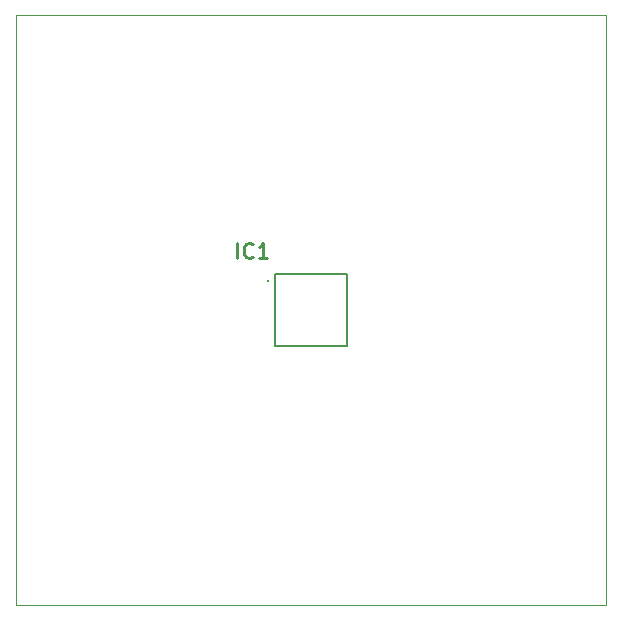
<source format=gbr>
%TF.GenerationSoftware,KiCad,Pcbnew,(6.0.7)*%
%TF.CreationDate,2023-01-26T19:29:31-08:00*%
%TF.ProjectId,min_stencil,6d696e5f-7374-4656-9e63-696c2e6b6963,rev?*%
%TF.SameCoordinates,Original*%
%TF.FileFunction,Legend,Top*%
%TF.FilePolarity,Positive*%
%FSLAX46Y46*%
G04 Gerber Fmt 4.6, Leading zero omitted, Abs format (unit mm)*
G04 Created by KiCad (PCBNEW (6.0.7)) date 2023-01-26 19:29:31*
%MOMM*%
%LPD*%
G01*
G04 APERTURE LIST*
%ADD10C,0.254000*%
%ADD11C,0.200000*%
%ADD12C,0.120000*%
%ADD13C,0.100000*%
G04 APERTURE END LIST*
D10*
%TO.C,IC1*%
X139685238Y-87574523D02*
X139685238Y-86304523D01*
X141015714Y-87453571D02*
X140955238Y-87514047D01*
X140773809Y-87574523D01*
X140652857Y-87574523D01*
X140471428Y-87514047D01*
X140350476Y-87393095D01*
X140290000Y-87272142D01*
X140229523Y-87030238D01*
X140229523Y-86848809D01*
X140290000Y-86606904D01*
X140350476Y-86485952D01*
X140471428Y-86365000D01*
X140652857Y-86304523D01*
X140773809Y-86304523D01*
X140955238Y-86365000D01*
X141015714Y-86425476D01*
X142225238Y-87574523D02*
X141499523Y-87574523D01*
X141862380Y-87574523D02*
X141862380Y-86304523D01*
X141741428Y-86485952D01*
X141620476Y-86606904D01*
X141499523Y-86667380D01*
D11*
X148990000Y-88935000D02*
X148990000Y-95065000D01*
D12*
X120925000Y-117000000D02*
X120925000Y-92000000D01*
D13*
X142225000Y-89500000D02*
X142225000Y-89500000D01*
D12*
X170925000Y-117000000D02*
X120925000Y-117000000D01*
D11*
X142860000Y-95065000D02*
X142860000Y-88935000D01*
X142860000Y-88935000D02*
X148990000Y-88935000D01*
D13*
X142325000Y-89500000D02*
X142325000Y-89500000D01*
D12*
X170925000Y-67000000D02*
X170925000Y-117000000D01*
D11*
X148990000Y-95065000D02*
X142860000Y-95065000D01*
D12*
X120925000Y-67000000D02*
X170925000Y-67000000D01*
X120925000Y-92000000D02*
X120925000Y-67000000D01*
D13*
X142325000Y-89500000D02*
G75*
G03*
X142225000Y-89500000I-50000J0D01*
G01*
X142225000Y-89500000D02*
G75*
G03*
X142325000Y-89500000I50000J0D01*
G01*
%TD*%
M02*

</source>
